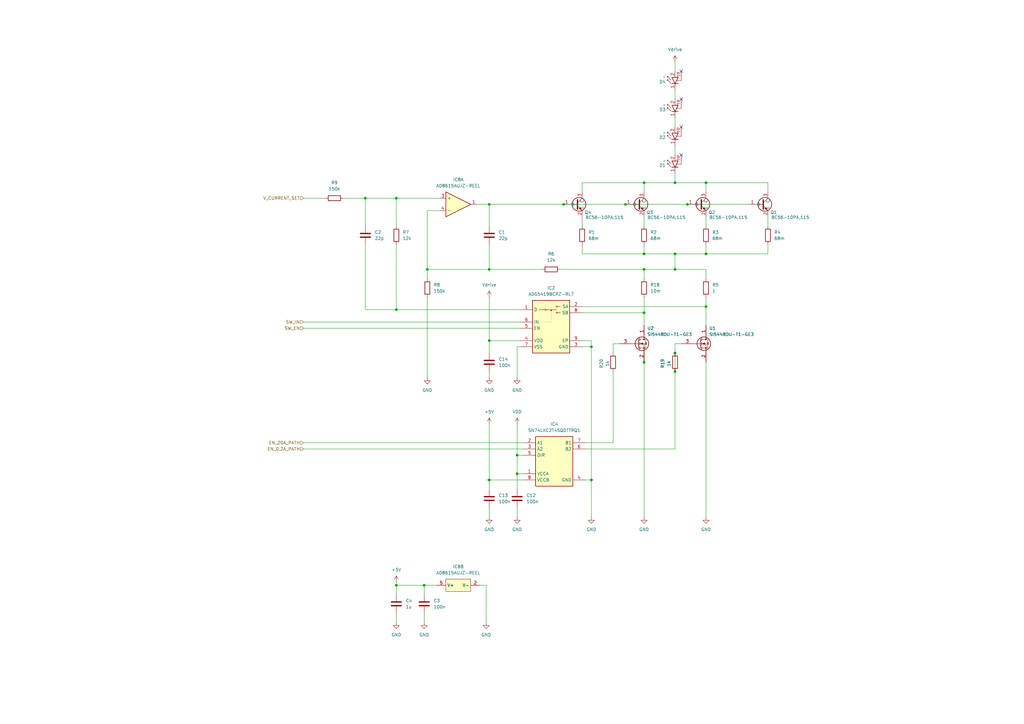
<source format=kicad_sch>
(kicad_sch (version 20250114) (generator "eeschema") (generator_version "9.0")
  (paper "A3")
  (lib_symbols
    (symbol "Device:C" (pin_numbers (hide yes)) (pin_names (offset 0.254))
      (property "Reference" "C" (at 0.635 2.54 0))
      (property "Value" "C" (at 0.635 -2.54 0))
      (symbol "C_0_1"
        (polyline (pts (xy -2.032 0.762) (xy 2.032 0.762)) (stroke (width 0.508)))
        (polyline (pts (xy -2.032 -0.762) (xy 2.032 -0.762)) (stroke (width 0.508)))
      )
      (symbol "C_1_1"
        (pin passive line (at 0 3.81 270) (length 2.794) (name "~") (number "1"))
        (pin passive line (at 0 -3.81 90) (length 2.794) (name "~") (number "2"))
      )
    )
    (symbol "Device:R" (pin_numbers (hide yes)) (pin_names (offset 0))
      (property "Reference" "R" (at 2.032 0 90))
      (property "Value" "R" (at 0 0 90))
      (symbol "R_0_1"
        (rectangle (start -1.016 -2.54) (end 1.016 2.54) (stroke (width 0.254)))
      )
      (symbol "R_1_1"
        (pin passive line (at 0 3.81 270) (length 1.27) (name "~") (number "1"))
        (pin passive line (at 0 -3.81 90) (length 1.27) (name "~") (number "2"))
      )
    )
    (symbol "TrashFlash:AD8615AUJZ-REEL"
      (property "Reference" "IC" (at -5.588 10.922 0))
      (property "Value" "AD8615AUJZ-REEL" (at -5.588 8.382 0))
      (symbol "AD8615AUJZ-REEL_1_1"
        (polyline (pts (xy -2.54 5.08) (xy 7.62 0) (xy -2.54 -5.08) (xy -2.54 5.08)) (stroke (width 0.254)) (fill (type background)))
        (pin input line (at -5.08 2.54 0) (length 2.54) (name "+") (number "3"))
        (pin input line (at -5.08 -2.54 0) (length 2.54) (name "-") (number "4"))
        (pin output line (at 10.16 0 180) (length 2.54) (name "~") (number "1"))
      )
      (symbol "AD8615AUJZ-REEL_2_1"
        (rectangle (start -5.08 2.54) (end 5.08 -2.54) (fill (type background)))
        (pin power_in line (at -8.89 0 0) (length 3.81) (name "V+") (number "5"))
        (pin power_in line (at -8.89 0 0) (length 3.81) (name "V+") (number "5"))
        (pin power_in line (at 8.89 0 180) (length 3.81) (name "V-") (number "2"))
        (pin power_in line (at 8.89 0 180) (length 3.81) (name "V-") (number "2"))
      )
    )
    (symbol "TrashFlash:ADG5419BCPZ-RL7"
      (symbol "ADG5419BCPZ-RL7_0_1"
        (polyline (pts (xy -5.08 -3.81) (xy -2.54 -3.81)))
        (polyline (pts (xy -3.81 -8.89) (xy 0 -8.89) (xy 0 -3.81)) (stroke (width 0) (type dot)))
        (circle (center -2.286 -3.81) (radius 0.254))
        (polyline (pts (xy -2.032 -3.81) (xy 2.286 -3.81)))
        (polyline (pts (xy 0 -3.81) (xy -0.254 -4.318) (xy 0.254 -4.318) (xy 0 -3.81)))
        (circle (center 2.286 -2.54) (radius 0.254))
        (circle (center 2.286 -5.08) (radius 0.254))
        (polyline (pts (xy 3.81 -2.54) (xy 2.54 -2.54)))
        (polyline (pts (xy 3.81 -5.08) (xy 2.54 -5.08)))
      )
      (symbol "ADG5419BCPZ-RL7_1_1"
        (rectangle (start -7.62 0) (end 7.62 -21.59) (stroke (width 0.254)) (fill (type background)))
        (pin passive line (at -12.7 -3.81 0) (length 5.08) (name "D") (number "1"))
        (pin passive line (at -12.7 -8.89 0) (length 5.08) (name "IN") (number "6"))
        (pin passive line (at -12.7 -11.43 0) (length 5.08) (name "EN") (number "5"))
        (pin passive line (at -12.7 -16.51 0) (length 5.08) (name "VDD") (number "4"))
        (pin passive line (at -12.7 -19.05 0) (length 5.08) (name "VSS") (number "7"))
        (pin passive line (at 12.7 -2.54 180) (length 5.08) (name "SA") (number "2"))
        (pin passive line (at 12.7 -5.08 180) (length 5.08) (name "SB") (number "8"))
        (pin passive line (at 12.7 -16.51 180) (length 5.08) (name "EP") (number "9"))
        (pin passive line (at 12.7 -19.05 180) (length 5.08) (name "GND") (number "3"))
      )
    )
    (symbol "TrashFlash:BC56-10PA,115"
      (property "Reference" "Q" (at 4.572 4.318 0))
      (property "Value" "BC56-10PA,115" (at 4.572 1.778 0))
      (symbol "BC56-10PA,115_0_1"
        (polyline (pts (xy -3.81 0) (xy -0.635 0)))
        (polyline (pts (xy -0.635 1.905) (xy -0.635 -1.905)) (stroke (width 0.508)))
        (circle (center 0 0) (radius 2.8194) (stroke (width 0.254)))
      )
      (symbol "BC56-10PA,115_1_1"
        (polyline (pts (xy -0.635 0.635) (xy 1.27 2.54)))
        (polyline (pts (xy -0.635 -0.635) (xy 1.27 -2.54)))
        (polyline (pts (xy 0 -1.778) (xy 0.508 -1.27) (xy 1.016 -2.286) (xy 0 -1.778)) (fill (type outline)))
        (pin input line (at -6.35 0 0) (length 2.54) (name "B") (number "1"))
        (pin passive line (at 1.27 5.08 270) (length 2.54) (name "C") (number "3"))
        (pin passive line (at 1.27 -5.08 90) (length 2.54) (name "E") (number "2"))
      )
    )
    (symbol "TrashFlash:SI5448DU-T1-GE3"
      (property "Reference" "U" (at -8.89 18.796 0))
      (property "Value" "SI5448DU-T1-GE3" (at -8.89 16.256 0))
      (symbol "SI5448DU-T1-GE3_0_1"
        (polyline (pts (xy -2.286 1.905) (xy -2.286 -1.905)) (stroke (width 0.254)))
        (polyline (pts (xy -2.286 0) (xy -5.08 0)))
        (polyline (pts (xy -1.778 2.286) (xy -1.778 1.27)) (stroke (width 0.254)))
        (polyline (pts (xy -1.778 0.508) (xy -1.778 -0.508)) (stroke (width 0.254)))
        (polyline (pts (xy -1.778 -1.27) (xy -1.778 -2.286)) (stroke (width 0.254)))
        (polyline (pts (xy -1.778 -1.778) (xy 0.762 -1.778) (xy 0.762 1.778) (xy -1.778 1.778)))
        (polyline (pts (xy -1.524 0) (xy -0.508 0.381) (xy -0.508 -0.381) (xy -1.524 0)) (fill (type outline)))
        (circle (center -0.889 0) (radius 2.794) (stroke (width 0.254)))
        (polyline (pts (xy 0 2.54) (xy 0 1.778)))
        (circle (center 0 1.778) (radius 0.254) (fill (type outline)))
        (circle (center 0 -1.778) (radius 0.254) (fill (type outline)))
        (polyline (pts (xy 0 -2.54) (xy 0 0) (xy -1.778 0)))
        (polyline (pts (xy 0.381 0.381) (xy 1.143 0.381)))
        (polyline (pts (xy 0.762 0.381) (xy 0.381 -0.254) (xy 1.143 -0.254) (xy 0.762 0.381)))
      )
      (symbol "SI5448DU-T1-GE3_1_1"
        (pin passive line (at -10.16 0 0) (length 5.08) (name "") (number "3"))
        (pin passive line (at 0 7.62 270) (length 5.08) (name "") (number "1"))
        (pin passive line (at 0 -7.62 90) (length 5.08) (name "") (number "2"))
      )
    )
    (symbol "TrashFlash:SN74LXC2T45QDTTRQ1"
      (property "Reference" "IC" (at -9.144 5.08 0))
      (property "Value" "SN74LXC2T45QDTTRQ1" (at -9.144 2.54 0))
      (symbol "SN74LXC2T45QDTTRQ1_1_1"
        (rectangle (start -7.62 0) (end 7.62 -20.32) (stroke (width 0.254)) (fill (type background)))
        (pin passive line (at -12.7 -2.54 0) (length 5.08) (name "A1") (number "2"))
        (pin passive line (at -12.7 -5.08 0) (length 5.08) (name "A2") (number "3"))
        (pin passive line (at -12.7 -7.62 0) (length 5.08) (name "DIR") (number "5"))
        (pin passive line (at -12.7 -15.24 0) (length 5.08) (name "VCCA") (number "1"))
        (pin passive line (at -12.7 -17.78 0) (length 5.08) (name "VCCB") (number "8"))
        (pin passive line (at 12.7 -2.54 180) (length 5.08) (name "B1") (number "7"))
        (pin passive line (at 12.7 -5.08 180) (length 5.08) (name "B2") (number "6"))
        (pin passive line (at 12.7 -17.78 180) (length 5.08) (name "GND") (number "4"))
      )
    )
    (symbol "TrashFlash:XFL05K-00-0000-0B0H0A0E3"
      (property "Reference" "D" (at 0 4.572 0))
      (symbol "XFL05K-00-0000-0B0H0A0E3_0_1"
        (polyline (pts (xy -1.27 1.27) (xy -1.27 -1.27)) (stroke (width 0.254)))
        (polyline (pts (xy -1.143 1.651) (xy 0.381 3.175) (xy 0.381 2.667) (xy 0.381 3.175) (xy -0.127 3.175)))
        (polyline (pts (xy 0.127 1.651) (xy 1.651 3.175) (xy 1.651 2.667)))
        (polyline (pts (xy 1.27 -1.27) (xy 1.27 1.27) (xy -1.27 0) (xy 1.27 -1.27)) (stroke (width 0.254)))
        (polyline (pts (xy 1.27 -2.54) (xy 0 -2.54) (xy 0 -0.635)))
        (polyline (pts (xy 1.651 3.175) (xy 1.143 3.175)))
      )
      (symbol "XFL05K-00-0000-0B0H0A0E3_1_1"
        (pin passive line (at -3.81 0 0) (length 2.54) (name "K") (number "1"))
        (pin passive line (at 3.81 0 180) (length 2.54) (name "A") (number "2"))
        (pin passive line (at 3.81 -2.54 180) (length 2.54) (name "TP") (number "TP"))
      )
    )
    (symbol "power:+5V" (power) (pin_numbers (hide yes)) (pin_names (offset 0) (hide yes))
      (property "Value" "+5V" (at 0 3.556 0))
      (symbol "+5V_0_1"
        (polyline (pts (xy -0.762 1.27) (xy 0 2.54)))
        (polyline (pts (xy 0 2.54) (xy 0.762 1.27)))
        (polyline (pts (xy 0 0) (xy 0 2.54)))
      )
      (symbol "+5V_1_1"
        (pin power_in line (at 0 0 90) (length 0) (name "~") (number "1"))
      )
    )
    (symbol "power:GND" (power) (pin_numbers (hide yes)) (pin_names (offset 0) (hide yes))
      (property "Value" "GND" (at 0 -3.81 0))
      (symbol "GND_0_1"
        (polyline (pts (xy 0 0) (xy 0 -1.27) (xy 1.27 -1.27) (xy 0 -2.54) (xy -1.27 -1.27) (xy 0 -1.27)))
      )
      (symbol "GND_1_1"
        (pin power_in line (at 0 0 270) (length 0) (name "~") (number "1"))
      )
    )
    (symbol "power:VDD" (power) (pin_numbers (hide yes)) (pin_names (offset 0) (hide yes))
      (property "Value" "VDD" (at 0 3.556 0))
      (symbol "VDD_0_1"
        (polyline (pts (xy -0.762 1.27) (xy 0 2.54)))
        (polyline (pts (xy 0 2.54) (xy 0.762 1.27)))
        (polyline (pts (xy 0 0) (xy 0 2.54)))
      )
      (symbol "VDD_1_1"
        (pin power_in line (at 0 0 90) (length 0) (name "~") (number "1"))
      )
    )
    (symbol "power:Vdrive" (power) (pin_numbers (hide yes)) (pin_names (offset 0) (hide yes))
      (property "Value" "Vdrive" (at 0 3.556 0))
      (symbol "Vdrive_0_1"
        (polyline (pts (xy -0.762 1.27) (xy 0 2.54)))
        (polyline (pts (xy 0 2.54) (xy 0.762 1.27)))
        (polyline (pts (xy 0 0) (xy 0 2.54)))
      )
      (symbol "Vdrive_1_1"
        (pin power_in line (at 0 0 90) (length 0) (name "~") (number "1"))
      )
    )
  )
  (junction (at 212.09 194.31))
  (junction (at 231.14 83.82))
  (junction (at 162.56 240.03))
  (junction (at 276.86 144.78))
  (junction (at 276.86 110.49))
  (junction (at 200.66 83.82))
  (junction (at 264.16 74.93))
  (junction (at 281.94 83.82))
  (junction (at 242.57 142.24))
  (junction (at 276.86 74.93))
  (junction (at 264.16 128.27))
  (junction (at 242.57 196.85))
  (junction (at 200.66 139.7))
  (junction (at 162.56 81.28))
  (junction (at 264.16 110.49))
  (junction (at 289.56 104.14))
  (junction (at 175.26 110.49))
  (junction (at 173.99 240.03))
  (junction (at 200.66 110.49))
  (junction (at 289.56 74.93))
  (junction (at 200.66 196.85))
  (junction (at 256.54 83.82))
  (junction (at 212.09 186.69))
  (junction (at 276.86 104.14))
  (junction (at 264.16 104.14))
  (junction (at 162.56 127))
  (junction (at 289.56 125.73))
  (junction (at 276.86 152.4))
  (junction (at 149.86 81.28))
  (junction (at 264.16 148.59))
  (no_connect (at 279.4 52.07))
  (no_connect (at 279.4 40.64))
  (no_connect (at 279.4 63.5))
  (no_connect (at 279.4 29.21))
  (wire (pts (xy 264.16 74.93) (xy 264.16 78.74)))
  (wire (pts (xy 289.56 100.33) (xy 289.56 104.14)))
  (wire (pts (xy 162.56 81.28) (xy 162.56 92.71)))
  (wire (pts (xy 276.86 74.93) (xy 289.56 74.93)))
  (wire (pts (xy 200.66 196.85) (xy 214.63 196.85)))
  (wire (pts (xy 231.14 83.82) (xy 256.54 83.82)))
  (wire (pts (xy 175.26 121.92) (xy 175.26 154.94)))
  (wire (pts (xy 229.87 110.49) (xy 264.16 110.49)))
  (wire (pts (xy 124.46 132.08) (xy 213.36 132.08)))
  (wire (pts (xy 264.16 128.27) (xy 264.16 121.92)))
  (wire (pts (xy 149.86 81.28) (xy 162.56 81.28)))
  (wire (pts (xy 276.86 140.97) (xy 276.86 144.78)))
  (wire (pts (xy 289.56 114.3) (xy 289.56 110.49)))
  (wire (pts (xy 276.86 36.83) (xy 276.86 40.64)))
  (wire (pts (xy 276.86 52.07) (xy 276.86 48.26)))
  (wire (pts (xy 162.56 100.33) (xy 162.56 127)))
  (wire (pts (xy 124.46 184.15) (xy 214.63 184.15)))
  (wire (pts (xy 240.03 184.15) (xy 276.86 184.15)))
  (wire (pts (xy 276.86 144.78) (xy 276.86 152.4)))
  (wire (pts (xy 173.99 240.03) (xy 179.07 240.03)))
  (wire (pts (xy 264.16 110.49) (xy 264.16 114.3)))
  (wire (pts (xy 124.46 134.62) (xy 213.36 134.62)))
  (wire (pts (xy 175.26 110.49) (xy 200.66 110.49)))
  (wire (pts (xy 162.56 127) (xy 213.36 127)))
  (wire (pts (xy 200.66 139.7) (xy 213.36 139.7)))
  (wire (pts (xy 264.16 110.49) (xy 276.86 110.49)))
  (wire (pts (xy 175.26 110.49) (xy 175.26 114.3)))
  (wire (pts (xy 314.96 88.9) (xy 314.96 92.71)))
  (wire (pts (xy 124.46 181.61) (xy 214.63 181.61)))
  (wire (pts (xy 238.76 100.33) (xy 238.76 104.14)))
  (wire (pts (xy 251.46 144.78) (xy 251.46 140.97)))
  (wire (pts (xy 242.57 142.24) (xy 242.57 196.85)))
  (wire (pts (xy 289.56 125.73) (xy 289.56 121.92)))
  (wire (pts (xy 200.66 83.82) (xy 200.66 92.71)))
  (wire (pts (xy 264.16 88.9) (xy 264.16 92.71)))
  (wire (pts (xy 238.76 74.93) (xy 238.76 78.74)))
  (wire (pts (xy 212.09 186.69) (xy 212.09 194.31)))
  (wire (pts (xy 175.26 86.36) (xy 175.26 110.49)))
  (wire (pts (xy 289.56 212.09) (xy 289.56 148.59)))
  (wire (pts (xy 264.16 148.59) (xy 264.16 212.09)))
  (wire (pts (xy 162.56 238.76) (xy 162.56 240.03)))
  (wire (pts (xy 149.86 81.28) (xy 149.86 92.71)))
  (wire (pts (xy 264.16 100.33) (xy 264.16 104.14)))
  (wire (pts (xy 162.56 255.27) (xy 162.56 251.46)))
  (wire (pts (xy 264.16 104.14) (xy 276.86 104.14)))
  (wire (pts (xy 200.66 139.7) (xy 200.66 144.78)))
  (wire (pts (xy 276.86 63.5) (xy 276.86 59.69)))
  (wire (pts (xy 238.76 125.73) (xy 289.56 125.73)))
  (wire (pts (xy 173.99 243.84) (xy 173.99 240.03)))
  (wire (pts (xy 162.56 243.84) (xy 162.56 240.03)))
  (wire (pts (xy 199.39 255.27) (xy 199.39 240.03)))
  (wire (pts (xy 162.56 81.28) (xy 180.34 81.28)))
  (wire (pts (xy 212.09 194.31) (xy 214.63 194.31)))
  (wire (pts (xy 238.76 104.14) (xy 264.16 104.14)))
  (wire (pts (xy 140.97 81.28) (xy 149.86 81.28)))
  (wire (pts (xy 200.66 208.28) (xy 200.66 212.09)))
  (wire (pts (xy 162.56 240.03) (xy 173.99 240.03)))
  (wire (pts (xy 264.16 140.97) (xy 264.16 148.59)))
  (wire (pts (xy 242.57 196.85) (xy 242.57 212.09)))
  (wire (pts (xy 289.56 88.9) (xy 289.56 92.71)))
  (wire (pts (xy 212.09 142.24) (xy 212.09 154.94)))
  (wire (pts (xy 289.56 110.49) (xy 276.86 110.49)))
  (wire (pts (xy 200.66 121.92) (xy 200.66 139.7)))
  (wire (pts (xy 238.76 88.9) (xy 238.76 92.71)))
  (wire (pts (xy 212.09 208.28) (xy 212.09 212.09)))
  (wire (pts (xy 264.16 74.93) (xy 276.86 74.93)))
  (wire (pts (xy 289.56 74.93) (xy 314.96 74.93)))
  (wire (pts (xy 180.34 86.36) (xy 175.26 86.36)))
  (wire (pts (xy 200.66 152.4) (xy 200.66 154.94)))
  (wire (pts (xy 289.56 74.93) (xy 289.56 78.74)))
  (wire (pts (xy 276.86 152.4) (xy 276.86 184.15)))
  (wire (pts (xy 200.66 83.82) (xy 231.14 83.82)))
  (wire (pts (xy 276.86 104.14) (xy 276.86 110.49)))
  (wire (pts (xy 276.86 71.12) (xy 276.86 74.93)))
  (wire (pts (xy 251.46 140.97) (xy 254 140.97)))
  (wire (pts (xy 251.46 152.4) (xy 251.46 181.61)))
  (wire (pts (xy 289.56 104.14) (xy 314.96 104.14)))
  (wire (pts (xy 173.99 255.27) (xy 173.99 251.46)))
  (wire (pts (xy 195.58 83.82) (xy 200.66 83.82)))
  (wire (pts (xy 256.54 83.82) (xy 281.94 83.82)))
  (wire (pts (xy 281.94 83.82) (xy 307.34 83.82)))
  (wire (pts (xy 238.76 74.93) (xy 264.16 74.93)))
  (wire (pts (xy 200.66 196.85) (xy 199.39 196.85)))
  (wire (pts (xy 264.16 128.27) (xy 264.16 133.35)))
  (wire (pts (xy 196.85 240.03) (xy 199.39 240.03)))
  (wire (pts (xy 238.76 128.27) (xy 264.16 128.27)))
  (wire (pts (xy 149.86 127) (xy 149.86 100.33)))
  (wire (pts (xy 212.09 173.99) (xy 212.09 186.69)))
  (wire (pts (xy 212.09 194.31) (xy 212.09 200.66)))
  (wire (pts (xy 289.56 125.73) (xy 289.56 133.35)))
  (wire (pts (xy 240.03 181.61) (xy 251.46 181.61)))
  (wire (pts (xy 212.09 186.69) (xy 214.63 186.69)))
  (wire (pts (xy 242.57 139.7) (xy 242.57 142.24)))
  (wire (pts (xy 314.96 100.33) (xy 314.96 104.14)))
  (wire (pts (xy 276.86 29.21) (xy 276.86 25.4)))
  (wire (pts (xy 238.76 142.24) (xy 242.57 142.24)))
  (wire (pts (xy 238.76 139.7) (xy 242.57 139.7)))
  (wire (pts (xy 240.03 196.85) (xy 242.57 196.85)))
  (wire (pts (xy 200.66 100.33) (xy 200.66 110.49)))
  (wire (pts (xy 200.66 173.99) (xy 200.66 196.85)))
  (wire (pts (xy 314.96 74.93) (xy 314.96 78.74)))
  (wire (pts (xy 276.86 104.14) (xy 289.56 104.14)))
  (wire (pts (xy 276.86 140.97) (xy 279.4 140.97)))
  (wire (pts (xy 124.46 81.28) (xy 133.35 81.28)))
  (wire (pts (xy 200.66 196.85) (xy 200.66 200.66)))
  (wire (pts (xy 200.66 110.49) (xy 222.25 110.49)))
  (wire (pts (xy 149.86 127) (xy 162.56 127)))
  (wire (pts (xy 213.36 142.24) (xy 212.09 142.24)))
  (hierarchical_label "EN_20A_PATH" (shape input) (at 124.46 181.61 180))
  (hierarchical_label "V_CURRENT_SET" (shape input) (at 124.46 81.28 180))
  (hierarchical_label "SW_IN" (shape input) (at 124.46 132.08 180))
  (hierarchical_label "SW_EN" (shape input) (at 124.46 134.62 180))
  (hierarchical_label "EN_0.2A_PATH" (shape input) (at 124.46 184.15 180))
  (symbol (lib_id "TrashFlash:SI5448DU-T1-GE3") (at 264.16 140.97 0) (unit 1)
    (property "Reference" "U2" (at 265.43 134.62 0) (effects (justify left)))
    (property "Value" "SI5448DU-T1-GE3" (at 265.43 137.16 0) (effects (justify left)))
    (property "Footprint" "SI5448DUT1GE3" (effects (hide yes)))
    (property "Datasheet" "https://www.vishay.com/docs/76149/si5448du.pdf" (effects (hide yes)))
    (property "Description" "Vishay SI5448DU-T1-GE3 N-channel MOSFET, 25 A, 40 V TrenchFET, 8-Pin PowerPAK ChipFET" (effects (hide yes)))
    (property "Mouser Part Number" "78-SI5448DU-T1-GE3" (effects (hide yes)))
    (property "Mouser Price/Stock" "https://www.mouser.co.uk/ProductDetail/Vishay-Siliconix/SI5448DU-T1-GE3?qs=Mv7BduZupUjbumEtwjlBgA%3D%3D" (effects (hide yes)))
    (property "Manufacturer_Name" "Vishay" (effects (hide yes)))
    (property "Manufacturer_Part_Number" "SI5448DU-T1-GE3" (effects (hide yes)))
  )
  (symbol (lib_id "Device:C") (at 200.66 204.47 0) (unit 1)
    (property "Reference" "C13" (at 204.47 203.1999 0) (effects (justify left)))
    (property "Value" "100n" (at 204.47 205.7399 0) (effects (justify left)))
    (property "Description" "Unpolarized capacitor" (effects (hide yes)))
  )
  (symbol (lib_id "power:GND") (at 162.56 255.27 0) (unit 1)
    (property "Reference" "#PWR05" (effects (hide yes)))
    (property "Value" "GND" (at 162.56 260.35 0))
    (property "Description" "Power symbol creates a global label with name \"GND\" , ground" (effects (hide yes)))
  )
  (symbol (lib_id "Device:R") (at 314.96 96.52 0) (unit 1)
    (property "Reference" "R4" (at 317.5 95.2499 0) (effects (justify left)))
    (property "Value" "68m" (at 317.5 97.7899 0) (effects (justify left)))
    (property "Footprint" "Resistor_SMD:R_0603_1608Metric" (effects (hide yes)))
    (property "Description" "Resistor" (effects (hide yes)))
  )
  (symbol (lib_id "Device:R") (at 226.06 110.49 90) (unit 1)
    (property "Reference" "R6" (at 226.06 104.14 90))
    (property "Value" "12k" (at 226.06 106.68 90))
    (property "Description" "Resistor" (effects (hide yes)))
  )
  (symbol (lib_id "Device:R") (at 264.16 96.52 0) (unit 1)
    (property "Reference" "R2" (at 266.7 95.2499 0) (effects (justify left)))
    (property "Value" "68m" (at 266.7 97.7899 0) (effects (justify left)))
    (property "Footprint" "Resistor_SMD:R_0603_1608Metric" (effects (hide yes)))
    (property "Description" "Resistor" (effects (hide yes)))
  )
  (symbol (lib_id "Device:C") (at 162.56 247.65 180) (unit 1)
    (property "Reference" "C4" (at 166.37 246.3799 0) (effects (justify right)))
    (property "Value" "1u" (at 166.37 248.9199 0) (effects (justify right)))
    (property "Description" "Unpolarized capacitor" (effects (hide yes)))
  )
  (symbol (lib_id "TrashFlash:ADG5419BCPZ-RL7") (at 226.06 123.19 0) (unit 1)
    (property "Reference" "IC2" (at 226.06 118.11 0))
    (property "Value" "ADG5419BCPZ-RL7" (at 226.06 120.65 0))
    (property "Footprint" "SON50P300X200X80-9N-D" (effects (hide yes)))
    (property "Datasheet" "http://www.analog.com/media/en/technical-documentation/data-sheets/ADG5419.pdf" (effects (hide yes)))
    (property "Description" "Analog Switch ICs Latchup Proof, 20V, 15V,+12V,+36V 1xSPDT" (effects (hide yes)))
    (property "Height" "0.8" (effects (hide yes)))
    (property "Mouser Part Number" "584-ADG5419BCPZ-RL7" (effects (hide yes)))
    (property "Mouser Price/Stock" "https://www.mouser.co.uk/ProductDetail/Analog-Devices/ADG5419BCPZ-RL7?qs=pDCvJ8VTjvdFEJRauTkAcA%3D%3D" (effects (hide yes)))
    (property "Manufacturer_Name" "Analog Devices" (effects (hide yes)))
    (property "Manufacturer_Part_Number" "ADG5419BCPZ-RL7" (effects (hide yes)))
  )
  (symbol (lib_id "power:+5V") (at 200.66 173.99 0) (unit 1)
    (property "Reference" "#PWR048" (effects (hide yes)))
    (property "Value" "+5V" (at 200.66 168.91 0))
    (property "Description" "Power symbol creates a global label with name \"+5V\"" (effects (hide yes)))
  )
  (symbol (lib_id "TrashFlash:AD8615AUJZ-REEL") (at 187.96 240.03 0) (unit 2)
    (property "Reference" "IC8" (at 187.96 232.41 0))
    (property "Value" "AD8615AUJZ-REEL" (at 187.96 234.95 0))
    (property "Footprint" "SOT95P280X100-5N" (effects (hide yes)))
    (property "Datasheet" "https://www.analog.com/media/en/technical-documentation/data-sheets/AD8615_8616_8618.pdf" (effects (hide yes)))
    (property "Description" "ANALOG DEVICES - AD8615AUJZ-REEL - Operational Amplifier, Single, 1 Amplifier, 24 MHz, 12 V/s, 2.7V to 5V, TSOT-23, 5 Pins" (effects (hide yes)))
    (property "Height" "1" (effects (hide yes)))
    (property "Mouser Part Number" "584-AD8615AUJZ-R" (effects (hide yes)))
    (property "Mouser Price/Stock" "https://www.mouser.co.uk/ProductDetail/Analog-Devices/AD8615AUJZ-REEL?qs=%2FtpEQrCGXCx4ykDkhiJmqw%3D%3D" (effects (hide yes)))
    (property "Manufacturer_Name" "Analog Devices" (effects (hide yes)))
    (property "Manufacturer_Part_Number" "AD8615AUJZ-REEL" (effects (hide yes)))
  )
  (symbol (lib_id "power:GND") (at 289.56 212.09 0) (unit 1)
    (property "Reference" "#PWR01" (effects (hide yes)))
    (property "Value" "GND" (at 289.56 217.17 0))
    (property "Description" "Power symbol creates a global label with name \"GND\" , ground" (effects (hide yes)))
  )
  (symbol (lib_id "Device:R") (at 289.56 96.52 0) (unit 1)
    (property "Reference" "R3" (at 292.1 95.2499 0) (effects (justify left)))
    (property "Value" "68m" (at 292.1 97.7899 0) (effects (justify left)))
    (property "Footprint" "Resistor_SMD:R_0603_1608Metric" (effects (hide yes)))
    (property "Description" "Resistor" (effects (hide yes)))
  )
  (symbol (lib_id "Device:C") (at 212.09 204.47 0) (unit 1)
    (property "Reference" "C12" (at 215.9 203.1999 0) (effects (justify left)))
    (property "Value" "100n" (at 215.9 205.7399 0) (effects (justify left)))
    (property "Description" "Unpolarized capacitor" (effects (hide yes)))
  )
  (symbol (lib_id "power:VDD") (at 212.09 173.99 0) (unit 1)
    (property "Reference" "#PWR046" (effects (hide yes)))
    (property "Value" "VDD" (at 212.09 168.91 0))
    (property "Description" "Power symbol creates a global label with name \"VDD\"" (effects (hide yes)))
  )
  (symbol (lib_id "TrashFlash:BC56-10PA,115") (at 262.89 83.82 0) (unit 1)
    (property "Reference" "Q3" (at 265.176 87.122 0) (effects (justify left)))
    (property "Value" "BC56-10PA,115" (at 265.43 89.154 0) (effects (justify left)))
    (property "Footprint" "PTVS24VZ1UPAZ" (effects (hide yes)))
    (property "Datasheet" "https://assets.nexperia.com/documents/data-sheet/BCP56_BCX56_BC56PA.pdf" (effects (hide yes)))
    (property "Description" "Bipolar Transistors - BJT BC56-10PA/SOT1061/HUSON3" (effects (hide yes)))
    (property "Height" "0.6" (effects (hide yes)))
    (property "Mouser Part Number" "771-BC56-10PA115" (effects (hide yes)))
    (property "Mouser Price/Stock" "https://www.mouser.co.uk/ProductDetail/Nexperia/BC56-10PA115?qs=QGdnF3v6kLQlkGGi99RJQg%3D%3D" (effects (hide yes)))
    (property "Manufacturer_Name" "Nexperia" (effects (hide yes)))
    (property "Manufacturer_Part_Number" "BC56-10PA,115" (effects (hide yes)))
  )
  (symbol (lib_id "power:+5V") (at 162.56 238.76 0) (unit 1)
    (property "Reference" "#PWR045" (effects (hide yes)))
    (property "Value" "+5V" (at 162.56 233.68 0))
    (property "Description" "Power symbol creates a global label with name \"+5V\"" (effects (hide yes)))
  )
  (symbol (lib_id "Device:C") (at 200.66 148.59 0) (unit 1)
    (property "Reference" "C14" (at 204.47 147.3199 0) (effects (justify left)))
    (property "Value" "100n" (at 204.47 149.8599 0) (effects (justify left)))
    (property "Description" "Unpolarized capacitor" (effects (hide yes)))
  )
  (symbol (lib_id "power:GND") (at 200.66 212.09 0) (unit 1)
    (property "Reference" "#PWR018" (effects (hide yes)))
    (property "Value" "GND" (at 200.66 217.17 0))
    (property "Description" "Power symbol creates a global label with name \"GND\" , ground" (effects (hide yes)))
  )
  (symbol (lib_id "Device:R") (at 276.86 148.59 180) (unit 1)
    (property "Reference" "R19" (at 271.78 149.098 90))
    (property "Value" "1k" (at 274.32 149.098 90))
    (property "Description" "Resistor" (effects (hide yes)))
  )
  (symbol (lib_id "Device:R") (at 137.16 81.28 90) (unit 1)
    (property "Reference" "R9" (at 137.16 74.93 90))
    (property "Value" "150k" (at 137.16 77.47 90))
    (property "Description" "Resistor" (effects (hide yes)))
  )
  (symbol (lib_id "Device:R") (at 251.46 148.59 180) (unit 1)
    (property "Reference" "R20" (at 246.634 149.098 90))
    (property "Value" "1k" (at 249.174 149.098 90))
    (property "Description" "Resistor" (effects (hide yes)))
  )
  (symbol (lib_id "power:GND") (at 175.26 154.94 0) (unit 1)
    (property "Reference" "#PWR02" (effects (hide yes)))
    (property "Value" "GND" (at 175.26 160.02 0))
    (property "Description" "Power symbol creates a global label with name \"GND\" , ground" (effects (hide yes)))
  )
  (symbol (lib_id "Device:R") (at 175.26 118.11 180) (unit 1)
    (property "Reference" "R8" (at 177.8 116.8399 0) (effects (justify right)))
    (property "Value" "150k" (at 177.8 119.3799 0) (effects (justify right)))
    (property "Description" "Resistor" (effects (hide yes)))
  )
  (symbol (lib_id "TrashFlash:BC56-10PA,115") (at 313.69 83.82 0) (unit 1)
    (property "Reference" "Q1" (at 315.976 87.122 0) (effects (justify left)))
    (property "Value" "BC56-10PA,115" (at 316.23 89.154 0) (effects (justify left)))
    (property "Footprint" "PTVS24VZ1UPAZ" (effects (hide yes)))
    (property "Datasheet" "https://assets.nexperia.com/documents/data-sheet/BCP56_BCX56_BC56PA.pdf" (effects (hide yes)))
    (property "Description" "Bipolar Transistors - BJT BC56-10PA/SOT1061/HUSON3" (effects (hide yes)))
    (property "Height" "0.6" (effects (hide yes)))
    (property "Mouser Part Number" "771-BC56-10PA115" (effects (hide yes)))
    (property "Mouser Price/Stock" "https://www.mouser.co.uk/ProductDetail/Nexperia/BC56-10PA115?qs=QGdnF3v6kLQlkGGi99RJQg%3D%3D" (effects (hide yes)))
    (property "Manufacturer_Name" "Nexperia" (effects (hide yes)))
    (property "Manufacturer_Part_Number" "BC56-10PA,115" (effects (hide yes)))
  )
  (symbol (lib_id "TrashFlash:AD8615AUJZ-REEL") (at 185.42 83.82 0) (unit 1)
    (property "Reference" "IC8" (at 187.96 73.66 0))
    (property "Value" "AD8615AUJZ-REEL" (at 187.96 76.2 0))
    (property "Footprint" "SOT95P280X100-5N" (effects (hide yes)))
    (property "Datasheet" "https://www.analog.com/media/en/technical-documentation/data-sheets/AD8615_8616_8618.pdf" (effects (hide yes)))
    (property "Description" "ANALOG DEVICES - AD8615AUJZ-REEL - Operational Amplifier, Single, 1 Amplifier, 24 MHz, 12 V/s, 2.7V to 5V, TSOT-23, 5 Pins" (effects (hide yes)))
    (property "Height" "1" (effects (hide yes)))
    (property "Mouser Part Number" "584-AD8615AUJZ-R" (effects (hide yes)))
    (property "Mouser Price/Stock" "https://www.mouser.co.uk/ProductDetail/Analog-Devices/AD8615AUJZ-REEL?qs=%2FtpEQrCGXCx4ykDkhiJmqw%3D%3D" (effects (hide yes)))
    (property "Manufacturer_Name" "Analog Devices" (effects (hide yes)))
    (property "Manufacturer_Part_Number" "AD8615AUJZ-REEL" (effects (hide yes)))
  )
  (symbol (lib_id "power:GND") (at 264.16 212.09 0) (unit 1)
    (property "Reference" "#PWR08" (effects (hide yes)))
    (property "Value" "GND" (at 264.16 217.17 0))
    (property "Description" "Power symbol creates a global label with name \"GND\" , ground" (effects (hide yes)))
  )
  (symbol (lib_id "TrashFlash:XFL05K-00-0000-0B0H0A0E3") (at 276.86 67.31 90) (unit 1)
    (property "Reference" "D1" (at 273.05 67.8181 90) (effects (justify left)))
    (property "Value" "~" (at 273.05 65.913 90) (effects (justify left)))
    (property "Footprint" "TrashFlash:XFL05K" (effects (hide yes)))
  )
  (symbol (lib_id "power:GND") (at 199.39 255.27 0) (unit 1)
    (property "Reference" "#PWR03" (effects (hide yes)))
    (property "Value" "GND" (at 199.39 260.35 0))
    (property "Description" "Power symbol creates a global label with name \"GND\" , ground" (effects (hide yes)))
  )
  (symbol (lib_id "power:GND") (at 173.99 255.27 0) (unit 1)
    (property "Reference" "#PWR04" (effects (hide yes)))
    (property "Value" "GND" (at 173.99 260.35 0))
    (property "Description" "Power symbol creates a global label with name \"GND\" , ground" (effects (hide yes)))
  )
  (symbol (lib_id "TrashFlash:SN74LXC2T45QDTTRQ1") (at 227.33 179.07 0) (unit 1)
    (property "Reference" "IC4" (at 227.33 173.99 0))
    (property "Value" "SN74LXC2T45QDTTRQ1" (at 227.33 176.53 0))
    (property "Footprint" "SN74LXC2T45QDTTRQ1" (effects (hide yes)))
    (property "Datasheet" "https://www.ti.com/lit/ds/symlink/sn74lxc2t45-q1.pdf?ts=1706699266288&ref_url=https%253A%252F%252Fwww.google.com%252F" (effects (hide yes)))
    (property "Description" "Translation - Voltage Levels Automotive two-bit dual-supply transceiver with configurable voltage level 8-X1SON -40 to 125" (effects (hide yes)))
    (property "Height" "0.5" (effects (hide yes)))
    (property "Mouser Part Number" "595-74LXC2T45QDTTRQ1" (effects (hide yes)))
    (property "Mouser Price/Stock" "https://www.mouser.co.uk/ProductDetail/Texas-Instruments/SN74LXC2T45QDTTRQ1?qs=IPgv5n7u5QbKVCmJ0ln0iQ%3D%3D" (effects (hide yes)))
    (property "Manufacturer_Name" "Texas Instruments" (effects (hide yes)))
    (property "Manufacturer_Part_Number" "SN74LXC2T45QDTTRQ1" (effects (hide yes)))
  )
  (symbol (lib_id "Device:R") (at 264.16 118.11 0) (unit 1)
    (property "Reference" "R18" (at 266.7 116.8399 0) (effects (justify left)))
    (property "Value" "10m" (at 266.7 119.3799 0) (effects (justify left)))
    (property "Description" "Resistor" (effects (hide yes)))
  )
  (symbol (lib_id "Device:R") (at 238.76 96.52 0) (unit 1)
    (property "Reference" "R1" (at 241.3 95.2499 0) (effects (justify left)))
    (property "Value" "68m" (at 241.3 97.7899 0) (effects (justify left)))
    (property "Footprint" "Resistor_SMD:R_0603_1608Metric" (effects (hide yes)))
    (property "Description" "Resistor" (effects (hide yes)))
  )
  (symbol (lib_id "Device:C") (at 200.66 96.52 0) (unit 1)
    (property "Reference" "C1" (at 204.47 95.2499 0) (effects (justify left)))
    (property "Value" "22p" (at 204.47 97.7899 0) (effects (justify left)))
    (property "Description" "Unpolarized capacitor" (effects (hide yes)))
  )
  (symbol (lib_id "TrashFlash:XFL05K-00-0000-0B0H0A0E3") (at 276.86 55.88 90) (unit 1)
    (property "Reference" "D2" (at 273.05 56.3881 90) (effects (justify left)))
    (property "Value" "~" (at 273.05 54.483 90) (effects (justify left)))
    (property "Footprint" "TrashFlash:XFL05K" (effects (hide yes)))
  )
  (symbol (lib_id "power:GND") (at 212.09 212.09 0) (unit 1)
    (property "Reference" "#PWR019" (effects (hide yes)))
    (property "Value" "GND" (at 212.09 217.17 0))
    (property "Description" "Power symbol creates a global label with name \"GND\" , ground" (effects (hide yes)))
  )
  (symbol (lib_id "power:Vdrive") (at 276.86 25.4 0) (unit 1)
    (property "Reference" "#PWR047" (effects (hide yes)))
    (property "Value" "Vdrive" (at 276.86 20.32 0))
    (property "Description" "Power symbol creates a global label with name \"Vdrive\"" (effects (hide yes)))
  )
  (symbol (lib_id "Device:C") (at 173.99 247.65 180) (unit 1)
    (property "Reference" "C3" (at 177.8 246.3799 0) (effects (justify right)))
    (property "Value" "100n" (at 177.8 248.9199 0) (effects (justify right)))
    (property "Description" "Unpolarized capacitor" (effects (hide yes)))
  )
  (symbol (lib_id "TrashFlash:XFL05K-00-0000-0B0H0A0E3") (at 276.86 33.02 90) (unit 1)
    (property "Reference" "D4" (at 273.05 33.5281 90) (effects (justify left)))
    (property "Value" "~" (at 273.05 31.623 90) (effects (justify left)))
    (property "Footprint" "TrashFlash:XFL05K" (effects (hide yes)))
  )
  (symbol (lib_id "power:GND") (at 242.57 212.09 0) (unit 1)
    (property "Reference" "#PWR016" (effects (hide yes)))
    (property "Value" "GND" (at 242.57 217.17 0))
    (property "Description" "Power symbol creates a global label with name \"GND\" , ground" (effects (hide yes)))
  )
  (symbol (lib_id "TrashFlash:BC56-10PA,115") (at 237.49 83.82 0) (unit 1)
    (property "Reference" "Q4" (at 239.776 87.122 0) (effects (justify left)))
    (property "Value" "BC56-10PA,115" (at 240.03 89.154 0) (effects (justify left)))
    (property "Footprint" "PTVS24VZ1UPAZ" (effects (hide yes)))
    (property "Datasheet" "https://assets.nexperia.com/documents/data-sheet/BCP56_BCX56_BC56PA.pdf" (effects (hide yes)))
    (property "Description" "Bipolar Transistors - BJT BC56-10PA/SOT1061/HUSON3" (effects (hide yes)))
    (property "Height" "0.6" (effects (hide yes)))
    (property "Mouser Part Number" "771-BC56-10PA115" (effects (hide yes)))
    (property "Mouser Price/Stock" "https://www.mouser.co.uk/ProductDetail/Nexperia/BC56-10PA115?qs=QGdnF3v6kLQlkGGi99RJQg%3D%3D" (effects (hide yes)))
    (property "Manufacturer_Name" "Nexperia" (effects (hide yes)))
    (property "Manufacturer_Part_Number" "BC56-10PA,115" (effects (hide yes)))
  )
  (symbol (lib_id "TrashFlash:BC56-10PA,115") (at 288.29 83.82 0) (unit 1)
    (property "Reference" "Q2" (at 290.576 87.122 0) (effects (justify left)))
    (property "Value" "BC56-10PA,115" (at 290.83 89.154 0) (effects (justify left)))
    (property "Footprint" "PTVS24VZ1UPAZ" (effects (hide yes)))
    (property "Datasheet" "https://assets.nexperia.com/documents/data-sheet/BCP56_BCX56_BC56PA.pdf" (effects (hide yes)))
    (property "Description" "Bipolar Transistors - BJT BC56-10PA/SOT1061/HUSON3" (effects (hide yes)))
    (property "Height" "0.6" (effects (hide yes)))
    (property "Mouser Part Number" "771-BC56-10PA115" (effects (hide yes)))
    (property "Mouser Price/Stock" "https://www.mouser.co.uk/ProductDetail/Nexperia/BC56-10PA115?qs=QGdnF3v6kLQlkGGi99RJQg%3D%3D" (effects (hide yes)))
    (property "Manufacturer_Name" "Nexperia" (effects (hide yes)))
    (property "Manufacturer_Part_Number" "BC56-10PA,115" (effects (hide yes)))
  )
  (symbol (lib_id "power:Vdrive") (at 200.66 121.92 0) (unit 1)
    (property "Reference" "#PWR049" (effects (hide yes)))
    (property "Value" "Vdrive" (at 200.66 116.84 0))
    (property "Description" "Power symbol creates a global label with name \"Vdrive\"" (effects (hide yes)))
  )
  (symbol (lib_id "Device:R") (at 289.56 118.11 0) (unit 1)
    (property "Reference" "R5" (at 292.1 116.8399 0) (effects (justify left)))
    (property "Value" "1" (at 292.1 119.3799 0) (effects (justify left)))
    (property "Description" "Resistor" (effects (hide yes)))
  )
  (symbol (lib_id "Device:C") (at 149.86 96.52 180) (unit 1)
    (property "Reference" "C2" (at 153.67 95.2499 0) (effects (justify right)))
    (property "Value" "22p" (at 153.67 97.7899 0) (effects (justify right)))
    (property "Description" "Unpolarized capacitor" (effects (hide yes)))
  )
  (symbol (lib_id "power:GND") (at 200.66 154.94 0) (unit 1)
    (property "Reference" "#PWR017" (effects (hide yes)))
    (property "Value" "GND" (at 200.66 160.02 0))
    (property "Description" "Power symbol creates a global label with name \"GND\" , ground" (effects (hide yes)))
  )
  (symbol (lib_id "TrashFlash:SI5448DU-T1-GE3") (at 289.56 140.97 0) (unit 1)
    (property "Reference" "U1" (at 290.83 134.62 0) (effects (justify left)))
    (property "Value" "SI5448DU-T1-GE3" (at 290.83 137.16 0) (effects (justify left)))
    (property "Footprint" "SI5448DUT1GE3" (effects (hide yes)))
    (property "Datasheet" "https://www.vishay.com/docs/76149/si5448du.pdf" (effects (hide yes)))
    (property "Description" "Vishay SI5448DU-T1-GE3 N-channel MOSFET, 25 A, 40 V TrenchFET, 8-Pin PowerPAK ChipFET" (effects (hide yes)))
    (property "Mouser Part Number" "78-SI5448DU-T1-GE3" (effects (hide yes)))
    (property "Mouser Price/Stock" "https://www.mouser.co.uk/ProductDetail/Vishay-Siliconix/SI5448DU-T1-GE3?qs=Mv7BduZupUjbumEtwjlBgA%3D%3D" (effects (hide yes)))
    (property "Manufacturer_Name" "Vishay" (effects (hide yes)))
    (property "Manufacturer_Part_Number" "SI5448DU-T1-GE3" (effects (hide yes)))
  )
  (symbol (lib_id "power:GND") (at 212.09 154.94 0) (unit 1)
    (property "Reference" "#PWR020" (effects (hide yes)))
    (property "Value" "GND" (at 212.09 160.02 0))
    (property "Description" "Power symbol creates a global label with name \"GND\" , ground" (effects (hide yes)))
  )
  (symbol (lib_id "TrashFlash:XFL05K-00-0000-0B0H0A0E3") (at 276.86 44.45 90) (unit 1)
    (property "Reference" "D3" (at 273.05 44.9581 90) (effects (justify left)))
    (property "Value" "~" (at 273.05 43.053 90) (effects (justify left)))
    (property "Footprint" "TrashFlash:XFL05K" (effects (hide yes)))
  )
  (symbol (lib_id "Device:R") (at 162.56 96.52 180) (unit 1)
    (property "Reference" "R7" (at 165.1 95.2499 0) (effects (justify right)))
    (property "Value" "12k" (at 165.1 97.7899 0) (effects (justify right)))
    (property "Description" "Resistor" (effects (hide yes)))
  )
)
</source>
